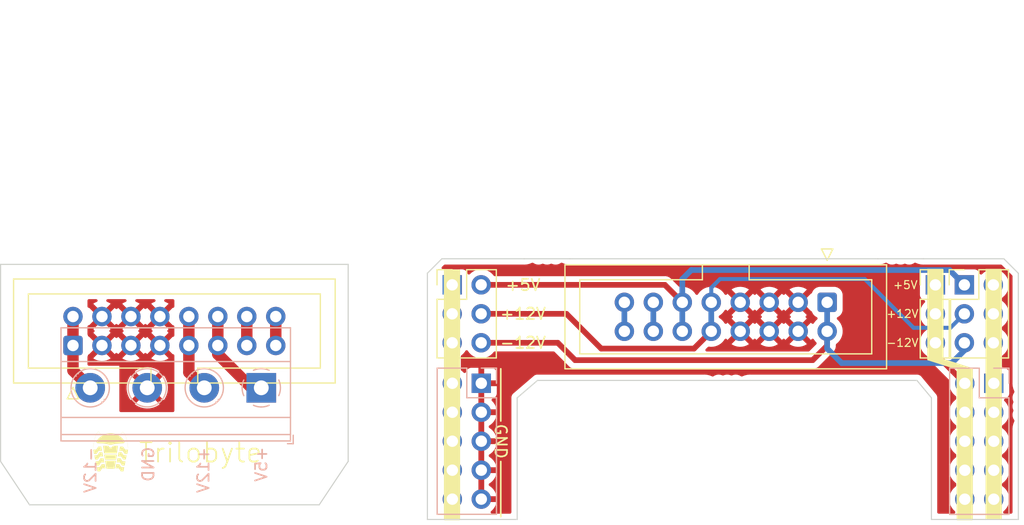
<source format=kicad_pcb>
(kicad_pcb (version 20211014) (generator pcbnew)
  (layers (0 "F.Cu" signal) (31 "B.Cu" signal) (34 "B.Paste" user) (35 "F.Paste" user) (36 "B.SilkS" user "B.Silkscreen") (37 "F.SilkS" user "F.Silkscreen") (38 "B.Mask" user) (39 "F.Mask" user) (44 "Edge.Cuts" user))
  (net 0 "")
  (net 1 "-12V")
  (net 2 "GND")
  (net 3 "+12V")
  (net 4 "+5V")
  (net 5 "CV")
  (net 6 "GATE")
  (net 7 "Net-(J2-Pad10)")
  (net 8 "Net-(J2-Pad1)")
  (net 9 "Net-(J3-Pad10)")
  (net 10 "Net-(J7-Pad13)")
  (net 11 "Net-(J7-Pad15)")
  (net 12 "/-12V2")
  (net 13 "/GND2")
  (net 14 "/12V2")
  (net 15 "/5V2")
  (footprint "Connector_IDC:IDC-Header_2x08_P2.54mm_Vertical" (layer "F.Cu") (at 171.728 62.4515 -90)
    (fp_text reference "J1" hide)
    (fp_text value "Conn_02x20_Odd_Even" hide)
    (fp_line (start 5.83 22.99) (end -3.29 22.99) (layer "F.SilkS") (width 0.12))
    (fp_line (start -4.68 0.5) (end -3.68 0) (layer "F.SilkS") (width 0.12))
    (fp_line (start 4.52 21.69) (end -1.98 21.69) (layer "F.SilkS") (width 0.12))
    (fp_line (start -3.29 6.84) (end -1.98 6.84) (layer "F.SilkS") (width 0.12))
    (fp_line (start -1.98 -3.91) (end 4.52 -3.91) (layer "F.SilkS") (width 0.12))
    (fp_line (start -3.68 0) (end -4.68 -0.5) (layer "F.SilkS") (width 0.12))
    (fp_line (start -1.98 10.94) (end -1.98 10.94) (layer "F.SilkS") (width 0.12))
    (fp_line (start -1.98 10.94) (end -3.29 10.94) (layer "F.SilkS") (width 0.12))
    (fp_line (start -4.68 -0.5) (end -4.68 0.5) (layer "F.SilkS") (width 0.12))
    (fp_line (start 5.83 -5.21) (end 5.83 22.99) (layer "F.SilkS") (width 0.12))
    (fp_line (start -3.29 -5.21) (end 5.83 -5.21) (layer "F.SilkS") (width 0.12))
    (fp_line (start -1.98 21.69) (end -1.98 10.94) (layer "F.SilkS") (width 0.12))
    (fp_line (start -3.29 22.99) (end -3.29 -5.21) (layer "F.SilkS") (width 0.12))
    (fp_line (start -1.98 6.84) (end -1.98 -3.91) (layer "F.SilkS") (width 0.12))
    (fp_line (start 4.52 -3.91) (end 4.52 21.69) (layer "F.SilkS") (width 0.12))
    (pad "1" thru_hole roundrect locked (at 0 0 270) (size 1.7 1.7) (drill 1) (layers *.Cu *.Mask) (roundrect_rratio 0.1470588235) (net 1 "-12V"))
    (pad "2" thru_hole circle locked (at 2.54 0 270) (size 1.7 1.7) (drill 1) (layers *.Cu *.Mask) (net 1 "-12V"))
    (pad "3" thru_hole circle locked (at 0 2.54 270) (size 1.7 1.7) (drill 1) (layers *.Cu *.Mask) (net 2 "GND"))
    (pad "4" thru_hole circle locked (at 2.54 2.54 270) (size 1.7 1.7) (drill 1) (layers *.Cu *.Mask) (net 2 "GND"))
    (pad "5" thru_hole circle locked (at 0 5.08 270) (size 1.7 1.7) (drill 1) (layers *.Cu *.Mask) (net 2 "GND"))
    (pad "6" thru_hole circle locked (at 2.54 5.08 270) (size 1.7 1.7) (drill 1) (layers *.Cu *.Mask) (net 2 "GND"))
    (pad "7" thru_hole circle locked (at 0 7.62 270) (size 1.7 1.7) (drill 1) (layers *.Cu *.Mask) (net 2 "GND"))
    (pad "8" thru_hole circle locked (at 2.54 7.62 270) (size 1.7 1.7) (drill 1) (layers *.Cu *.Mask) (net 2 "GND"))
    (pad "9" thru_hole circle locked (at 0 10.16 270) (size 1.7 1.7) (drill 1) (layers *.Cu *.Mask) (net 3 "+12V"))
    (pad "10" thru_hole circle locked (at 2.54 10.16 270) (size 1.7 1.7) (drill 1) (layers *.Cu *.Mask) (net 3 "+12V"))
    (pad "11" thru_hole circle locked (at 0 12.7 270) (size 1.7 1.7) (drill 1) (layers *.Cu *.Mask) (net 4 "+5V"))
    (pad "12" thru_hole circle locked (at 2.54 12.7 270) (size 1.7 1.7) (drill 1) (layers *.Cu *.Mask) (net 4 "+5V"))
    (pad "13" thru_hole circle locked (at 0 15.24 270) (size 1.7 1.7) (drill 1) (layers *.Cu *.Mask) (net 5 "CV"))
    (pad "14" thru_hole circle locked (at 2.54 15.24 270) (size 1.7 1.7) (drill 1) (layers *.Cu *.Mask) (net 5 "CV"))
    (pad "15" thru_hole circle locked (at 0 17.78 270) (size 1.7 1.7) (drill 1) (layers *.Cu *.Mask) (net 6 "GATE"))
    (pad "16" thru_hole circle locked (at 2.54 17.78 270) (size 1.7 1.7) (drill 1) (layers *.Cu *.Mask) (net 6 "GATE"))
  )
  (footprint "Connector_IDC:IDC-Header_2x08_P2.54mm_Vertical" (layer "F.Cu") (at 105.6 66.236 90)
    (fp_text reference "J7" hide)
    (fp_text value "Conn_02x20_Odd_Even" hide)
    (fp_line (start -1.98 21.69) (end -1.98 10.94) (layer "F.SilkS") (width 0.12))
    (fp_line (start -1.98 -3.91) (end 4.52 -3.91) (layer "F.SilkS") (width 0.12))
    (fp_line (start -3.29 -5.21) (end 5.83 -5.21) (layer "F.SilkS") (width 0.12))
    (fp_line (start 5.83 -5.21) (end 5.83 22.99) (layer "F.SilkS") (width 0.12))
    (fp_line (start -4.68 0.5) (end -3.68 0) (layer "F.SilkS") (width 0.12))
    (fp_line (start 5.83 22.99) (end -3.29 22.99) (layer "F.SilkS") (width 0.12))
    (fp_line (start -4.68 -0.5) (end -4.68 0.5) (layer "F.SilkS") (width 0.12))
    (fp_line (start -3.29 22.99) (end -3.29 -5.21) (layer "F.SilkS") (width 0.12))
    (fp_line (start -3.68 0) (end -4.68 -0.5) (layer "F.SilkS") (width 0.12))
    (fp_line (start -1.98 10.94) (end -1.98 10.94) (layer "F.SilkS") (width 0.12))
    (fp_line (start -3.29 6.84) (end -1.98 6.84) (layer "F.SilkS") (width 0.12))
    (fp_line (start 4.52 -3.91) (end 4.52 21.69) (layer "F.SilkS") (width 0.12))
    (fp_line (start 4.52 21.69) (end -1.98 21.69) (layer "F.SilkS") (width 0.12))
    (fp_line (start -1.98 10.94) (end -3.29 10.94) (layer "F.SilkS") (width 0.12))
    (fp_line (start -1.98 6.84) (end -1.98 -3.91) (layer "F.SilkS") (width 0.12))
    (pad "1" thru_hole roundrect locked (at 0 0 90) (size 1.7 1.7) (drill 1) (layers *.Cu *.Mask) (roundrect_rratio 0.1470588235) (net 12 "/-12V2"))
    (pad "2" thru_hole circle locked (at 2.54 0 90) (size 1.7 1.7) (drill 1) (layers *.Cu *.Mask) (net 12 "/-12V2"))
    (pad "3" thru_hole circle locked (at 0 2.54 90) (size 1.7 1.7) (drill 1) (layers *.Cu *.Mask) (net 13 "/GND2"))
    (pad "4" thru_hole circle locked (at 2.54 2.54 90) (size 1.7 1.7) (drill 1) (layers *.Cu *.Mask) (net 13 "/GND2"))
    (pad "5" thru_hole circle locked (at 0 5.08 90) (size 1.7 1.7) (drill 1) (layers *.Cu *.Mask) (net 13 "/GND2"))
    (pad "6" thru_hole circle locked (at 2.54 5.08 90) (size 1.7 1.7) (drill 1) (layers *.Cu *.Mask) (net 13 "/GND2"))
    (pad "7" thru_hole circle locked (at 0 7.62 90) (size 1.7 1.7) (drill 1) (layers *.Cu *.Mask) (net 13 "/GND2"))
    (pad "8" thru_hole circle locked (at 2.54 7.62 90) (size 1.7 1.7) (drill 1) (layers *.Cu *.Mask) (net 13 "/GND2"))
    (pad "9" thru_hole circle locked (at 0 10.16 90) (size 1.7 1.7) (drill 1) (layers *.Cu *.Mask) (net 14 "/12V2"))
    (pad "10" thru_hole circle locked (at 2.54 10.16 90) (size 1.7 1.7) (drill 1) (layers *.Cu *.Mask) (net 14 "/12V2"))
    (pad "11" thru_hole circle locked (at 0 12.7 90) (size 1.7 1.7) (drill 1) (layers *.Cu *.Mask) (net 15 "/5V2"))
    (pad "12" thru_hole circle locked (at 2.54 12.7 90) (size 1.7 1.7) (drill 1) (layers *.Cu *.Mask) (net 15 "/5V2"))
    (pad "13" thru_hole circle locked (at 0 15.24 90) (size 1.7 1.7) (drill 1) (layers *.Cu *.Mask) (net 10 "Net-(J7-Pad13)"))
    (pad "14" thru_hole circle locked (at 2.54 15.24 90) (size 1.7 1.7) (drill 1) (layers *.Cu *.Mask) (net 10 "Net-(J7-Pad13)"))
    (pad "15" thru_hole circle locked (at 0 17.78 90) (size 1.7 1.7) (drill 1) (layers *.Cu *.Mask) (net 11 "Net-(J7-Pad15)"))
    (pad "16" thru_hole circle locked (at 2.54 17.78 90) (size 1.7 1.7) (drill 1) (layers *.Cu *.Mask) (net 11 "Net-(J7-Pad15)"))
  )
  (footprint "Connector_PinHeader_2.54mm:PinHeader_2x03_P2.54mm_Vertical" (layer "F.Cu") (at 183.76 60.92)
    (fp_text reference "J5" hide)
    (fp_text value "Conn_02x03_Odd_Even" hide)
    (fp_line (start 1.27 -1.33) (end 3.87 -1.33) (layer "F.SilkS") (width 0.12))
    (fp_line (start -1.33 1.27) (end -1.33 6.41) (layer "F.SilkS") (width 0.12))
    (fp_line (start -1.33 -1.33) (end 0 -1.33) (layer "F.SilkS") (width 0.12))
    (fp_line (start 3.87 -1.33) (end 3.87 6.41) (layer "F.SilkS") (width 0.12))
    (fp_line (start -1.33 0) (end -1.33 -1.33) (layer "F.SilkS") (width 0.12))
    (fp_line (start -1.33 6.41) (end 3.87 6.41) (layer "F.SilkS") (width 0.12))
    (fp_line (start -1.33 1.27) (end 1.27 1.27) (layer "F.SilkS") (width 0.12))
    (fp_line (start 1.27 1.27) (end 1.27 -1.33) (layer "F.SilkS") (width 0.12))
    (pad "1" thru_hole rect locked (at 0 0) (size 1.7 1.7) (drill 1) (layers *.Cu *.Mask) (net 4 "+5V"))
    (pad "2" thru_hole oval locked (at 2.54 0) (size 1.7 1.7) (drill 1) (layers *.Cu *.Mask) (net 8 "Net-(J2-Pad1)"))
    (pad "3" thru_hole oval locked (at 0 2.54) (size 1.7 1.7) (drill 1) (layers *.Cu *.Mask) (net 3 "+12V"))
    (pad "4" thru_hole oval locked (at 2.54 2.54) (size 1.7 1.7) (drill 1) (layers *.Cu *.Mask) (net 8 "Net-(J2-Pad1)"))
    (pad "5" thru_hole oval locked (at 0 5.08) (size 1.7 1.7) (drill 1) (layers *.Cu *.Mask) (net 1 "-12V"))
    (pad "6" thru_hole oval locked (at 2.54 5.08) (size 1.7 1.7) (drill 1) (layers *.Cu *.Mask) (net 8 "Net-(J2-Pad1)"))
  )
  (footprint "Stephenv6:trilobyte-logo-tiny" (layer "F.Cu") (at 108.892 69.668558)
    (fp_text reference "REF**" hide)
    (fp_text value "trilobyte-logo-tiny" hide)
    (fp_line (start -1.034326 4.13949) (end -1.051645 4.137731) (layer "F.SilkS") (width 0.013229))
    (fp_line (start -1.308313 4.495001) (end -1.341206 4.594051) (layer "F.SilkS") (width 0.013229))
    (fp_line (start 1.054383 4.16026) (end 1.071699 4.1585) (layer "F.SilkS") (width 0.013229))
    (fp_line (start 1.18856 4.238838) (end 1.210349 4.268917) (layer "F.SilkS") (width 0.013229))
    (fp_line (start -1.190348 4.248147) (end -1.190348 4.248147) (layer "F.SilkS") (width 0.013229))
    (fp_line (start 1.328265 4.515758) (end 1.361151 4.6148) (layer "F.SilkS") (width 0.013229))
    (fp_line (start 0.961979 4.246704) (end 0.990699 4.204535) (layer "F.SilkS") (width 0.013229))
    (fp_line (start -1.017583 4.145139) (end -1.034326 4.13949) (layer "F.SilkS") (width 0.013229))
    (fp_line (start 1.021458 4.17528) (end 1.037641 4.165909) (layer "F.SilkS") (width 0.013229))
    (fp_line (start 1.089605 4.160794) (end 1.108118 4.167306) (layer "F.SilkS") (width 0.013229))
    (fp_line (start 0.773786 4.989642) (end 0.807092 4.792648) (layer "F.SilkS") (width 0.013229))
    (fp_line (start -1.147436 4.193033) (end -1.168547 4.218069) (layer "F.SilkS") (width 0.013229))
    (fp_line (start 1.005816 4.188211) (end 1.021458 4.17528) (layer "F.SilkS") (width 0.013229))
    (fp_line (start 1.167459 4.213803) (end 1.18856 4.238838) (layer "F.SilkS") (width 0.013229))
    (fp_line (start -0.941923 4.225934) (end -0.97064 4.183765) (layer "F.SilkS") (width 0.013229))
    (fp_line (start 1.210349 4.268917) (end 1.252942 4.340618) (layer "F.SilkS") (width 0.013229))
    (fp_line (start -1.47656 5.210416) (end -1.499947 5.371484) (layer "F.SilkS") (width 0.013229))
    (fp_line (start 0.864877 4.518135) (end 0.886745 4.437504) (layer "F.SilkS") (width 0.013229))
    (fp_line (start -1.499947 5.371484) (end -1.517902 5.521455) (layer "F.SilkS") (width 0.013229))
    (fp_line (start -0.866709 4.416734) (end -0.890087 4.343738) (layer "F.SilkS") (width 0.013229))
    (fp_line (start -1.232963 4.319849) (end -1.272259 4.402867) (layer "F.SilkS") (width 0.013229))
    (fp_line (start -1.126997 4.172876) (end -1.147436 4.193033) (layer "F.SilkS") (width 0.013229))
    (fp_line (start -0.97064 4.183765) (end -0.985756 4.167441) (layer "F.SilkS") (width 0.013229))
    (fp_line (start 1.108118 4.167306) (end 1.127254 4.178202) (layer "F.SilkS") (width 0.013229))
    (fp_line (start -1.069555 4.140024) (end -1.088073 4.146536) (layer "F.SilkS") (width 0.013229))
    (fp_line (start 1.071699 4.1585) (end 1.089605 4.160794) (layer "F.SilkS") (width 0.013229))
    (fp_line (start -1.442727 5.015423) (end -1.47656 5.210416) (layer "F.SilkS") (width 0.013229))
    (fp_line (start -0.890087 4.343738) (end -0.915115 4.279699) (layer "F.SilkS") (width 0.013229))
    (fp_line (start 0.910131 4.364508) (end 0.935166 4.300469) (layer "F.SilkS") (width 0.013229))
    (fp_line (start -1.168547 4.218069) (end -1.190348 4.248147) (layer "F.SilkS") (width 0.013229))
    (fp_line (start -0.82438 4.584313) (end -0.84485 4.497365) (layer "F.SilkS") (width 0.013229))
    (fp_line (start -0.915115 4.279699) (end -0.941923 4.225934) (layer "F.SilkS") (width 0.013229))
    (fp_line (start -0.753785 4.968872) (end -0.787086 4.771878) (layer "F.SilkS") (width 0.013229))
    (fp_line (start 1.417762 4.82483) (end 1.462679 5.036126) (layer "F.SilkS") (width 0.013229))
    (fp_line (start -1.088073 4.146536) (end -1.107215 4.157432) (layer "F.SilkS") (width 0.013229))
    (fp_line (start -1.397819 4.804102) (end -1.442727 5.015423) (layer "F.SilkS") (width 0.013229))
    (fp_line (start 1.390957 4.718557) (end 1.417762 4.82483) (layer "F.SilkS") (width 0.013229))
    (fp_line (start 0.990699 4.204535) (end 1.005816 4.188211) (layer "F.SilkS") (width 0.013229))
    (fp_line (start 0.886745 4.437504) (end 0.910131 4.364508) (layer "F.SilkS") (width 0.013229))
    (fp_line (start 0.844399 4.605083) (end 0.864877 4.518135) (layer "F.SilkS") (width 0.013229))
    (fp_line (start 0.807092 4.792648) (end 0.844399 4.605083) (layer "F.SilkS") (width 0.013229))
    (fp_line (start 1.127254 4.178202) (end 1.147029 4.193646) (layer "F.SilkS") (width 0.013229))
    (fp_line (start 1.147029 4.193646) (end 1.167459 4.213803) (layer "F.SilkS") (width 0.013229))
    (fp_line (start -0.787086 4.771878) (end -0.82438 4.584313) (layer "F.SilkS") (width 0.013229))
    (fp_line (start 1.51993 5.392142) (end 1.537903 5.542092) (layer "F.SilkS") (width 0.013229))
    (fp_line (start -1.001398 4.154511) (end -1.017583 4.145139) (layer "F.SilkS") (width 0.013229))
    (fp_line (start 1.252942 4.340618) (end 1.292222 4.423631) (layer "F.SilkS") (width 0.013229))
    (fp_line (start -1.107215 4.157432) (end -1.126997 4.172876) (layer "F.SilkS") (width 0.013229))
    (fp_line (start -1.051645 4.137731) (end -1.069555 4.140024) (layer "F.SilkS") (width 0.013229))
    (fp_line (start -1.190348 4.248147) (end -1.232963 4.319849) (layer "F.SilkS") (width 0.013229))
    (fp_line (start 1.496527 5.231095) (end 1.51993 5.392142) (layer "F.SilkS") (width 0.013229))
    (fp_line (start 1.292222 4.423631) (end 1.328265 4.515758) (layer "F.SilkS") (width 0.013229))
    (fp_line (start 1.037641 4.165909) (end 1.054383 4.16026) (layer "F.SilkS") (width 0.013229))
    (fp_line (start -1.272259 4.402867) (end -1.308313 4.495001) (layer "F.SilkS") (width 0.013229))
    (fp_line (start -1.341206 4.594051) (end -1.371015 4.697818) (layer "F.SilkS") (width 0.013229))
    (fp_line (start -0.84485 4.497365) (end -0.866709 4.416734) (layer "F.SilkS") (width 0.013229))
    (fp_line (start 1.462679 5.036126) (end 1.496527 5.231095) (layer "F.SilkS") (width 0.013229))
    (fp_line (start 0.935166 4.300469) (end 0.961979 4.246704) (layer "F.SilkS") (width 0.013229))
    (fp_line (start -0.985756 4.167441) (end -1.001398 4.154511) (layer "F.SilkS") (width 0.013229))
    (fp_line (start 1.361151 4.6148) (end 1.390957 4.718557) (layer "F.SilkS") (width 0.013229))
    (fp_line (start 1.210349 4.268917) (end 1.210349 4.268917) (layer "F.SilkS") (width 0.013229))
    (fp_line (start -1.371015 4.697818) (end -1.397819 4.804102) (layer "F.SilkS") (width 0.013229))
    (fp_poly (pts (xy -0.620965 6.455963) (xy -0.55548 6.81659) (xy -0.840833 6.81659) (xy -1.028026 7.088582) (xy -1.24591 7.088582) (xy -1.307691 6.72597) (xy -1.056866 6.727955) (xy -0.862132 6.455963) (xy -0.620965 6.455963)) (layer "F.SilkS") (width 0.013229) (fill solid))
    (fp_poly (pts (xy -0.46539 6.67398) (xy -0.352942 7.371156) (xy 0.347014 7.371156) (xy 0.459462 6.67398) (xy -0.46539 6.67398)) (layer "F.SilkS") (width 0.013229) (fill solid))
    (fp_poly (pts (xy -0.825091 5.434804) (xy -0.759606 5.795431) (xy -1.045092 5.795431) (xy -1.232152 6.067422) (xy -1.450169 6.067422) (xy -1.511817 5.704811) (xy -1.261124 5.706795) (xy -1.066258 5.434804) (xy -0.825091 5.434804)) (layer "F.SilkS") (width 0.013229) (fill solid))
    (fp_poly (pts (xy -0.55548 6.131452) (xy 0.546509 6.131452) (xy 0.481951 6.567088) (xy -0.479545 6.567088) (xy -0.55548 6.131452)) (layer "F.SilkS") (width 0.013229) (fill solid))
    (fp_poly (pts (xy 0.591489 4.7199) (xy 0.588609 4.722146) (xy 0.585669 4.72431) (xy 0.582672 4.726392) (xy 0.579619 4.728389) (xy 0.576512 4.7303) (xy 0.573352 4.732125) (xy 0.570142 4.733862) (xy 0.566882 4.73551) (xy 0.565314 4.734224) (xy 0.561277 4.730979) (xy 0.558646 4.728908) (xy 0.555776 4.726692) (xy 0.552791 4.724445) (xy 0.549817 4.722281) (xy 0.547521 4.720793) (xy 0.545204 4.719338) (xy 0.542868 4.717915) (xy 0.540512 4.716525) (xy 0.538137 4.715169) (xy 0.535743 4.713846) (xy 0.53333 4.712556) (xy 0.530899 4.711301) (xy 0.520299 4.70505) (xy 0.513728 4.701106) (xy 0.506425 4.696617) (xy 0.482745 4.685768) (xy 0.478228 4.683897) (xy 0.472806 4.681717) (xy 0.469752 4.680537) (xy 0.466467 4.679313) (xy 0.462949 4.678054) (xy 0.459197 4.676772) (xy 0.447902 4.673267) (xy 0.441058 4.671191) (xy 0.433532 4.668967) (xy 0.42064 4.665311) (xy 0.412848 4.663193) (xy 0.404213 4.660947) (xy 0.394779 4.65862) (xy 0.384586 4.656261) (xy 0.373678 4.653917) (xy 0.362095 4.651637) (xy 0.351921 4.649786) (xy 0.341721 4.648099) (xy 0.331496 4.646577) (xy 0.321249 4.645221) (xy 0.310981 4.64403) (xy 0.300695 4.643004) (xy 0.290391 4.642144) (xy 0.280074 4.641451) (xy 0.278916 4.632802) (xy 0.277953 4.624875) (xy 0.277516 4.620852) (xy 0.277163 4.617109) (xy 0.276691 4.612367) (xy 0.276377 4.607617) (xy 0.276222 4.602861) (xy 0.276226 4.598103) (xy 0.276388 4.593349) (xy 0.276709 4.588601) (xy 0.277187 4.583864) (xy 0.277825 4.579142) (xy 0.278632 4.575153) (xy 0.279516 4.571182) (xy 0.280477 4.56723) (xy 0.281515 4.563298) (xy 0.282629 4.559387) (xy 0.283818 4.555497) (xy 0.285083 4.551631) (xy 0.286423 4.547788) (xy 0.286424 4.547788) (xy 0.309525 4.55017) (xy 0.320343 4.551393) (xy 0.332132 4.552811) (xy 0.344372 4.554397) (xy 0.356538 4.556123) (xy 0.366155 4.557602) (xy 0.375748 4.559216) (xy 0.385316 4.560966) (xy 0.394859 4.56285) (xy 0.404373 4.56487) (xy 0.413859 4.567023) (xy 0.423314 4.569311) (xy 0.432738 4.571733) (xy 0.44153 4.574085) (xy 0.450284 4.576569) (xy 0.458999 4.579185) (xy 0.467672 4.581932) (xy 0.476303 4.58481) (xy 0.48489 4.587818) (xy 0.493432 4.590956) (xy 0.501926 4.594223) (xy 0.515156 4.599647) (xy 0.522316 4.602458) (xy 0.525927 4.603926) (xy 0.529576 4.605468) (xy 0.533807 4.607359) (xy 0.53882 4.609685) (xy 0.549155 4.614596) (xy 0.553969 4.617186) (xy 0.558496 4.619689) (xy 0.566733 4.624386) (xy 0.573954 4.628586) (xy 0.580244 4.632191) (xy 0.583443 4.633977) (xy 0.586617 4.635806) (xy 0.589766 4.637678) (xy 0.592889 4.639593) (xy 0.595986 4.641549) (xy 0.599056 4.643548) (xy 0.602099 4.645588) (xy 0.605114 4.647669) (xy 0.60785 4.649735) (xy 0.610547 4.651849) (xy 0.613205 4.654011) (xy 0.615823 4.656222) (xy 0.618401 4.658479) (xy 0.620937 4.660783) (xy 0.623432 4.663133) (xy 0.625884 4.665528) (xy 0.608422 4.696881) (xy 0.607693 4.698537) (xy 0.606917 4.700169) (xy 0.606095 4.701775) (xy 0.605227 4.703354) (xy 0.604313 4.704906) (xy 0.603356 4.706429) (xy 0.602354 4.707924) (xy 0.60131 4.709388) (xy 0.600223 4.710821) (xy 0.599095 4.712222) (xy 0.597926 4.713589) (xy 0.596716 4.714923) (xy 0.595467 4.716222) (xy 0.594178 4.717485) (xy 0.592852 4.718711) (xy 0.591488 4.7199) (xy 0.591489 4.7199)) (layer "F.SilkS") (width 0.013229) (fill solid))
    (fp_poly (pts (xy -0.513279 6.969519) (xy -0.447662 7.330279) (xy -0.733148 7.330279) (xy -0.920208 7.60227) (xy -1.138225 7.60227) (xy -1.199873 7.239527) (xy -0.94918 7.241511) (xy -0.754314 6.969519) (xy -0.513279 6.969519)) (layer "F.SilkS") (width 0.013229) (fill solid))
    (fp_poly (pts (xy 0.504838 6.969519) (xy 0.439221 7.330279) (xy 0.724706 7.330279) (xy 0.911767 7.60227) (xy 1.129783 7.60227) (xy 1.191431 7.239527) (xy 0.940739 7.241511) (xy 0.745873 6.969519) (xy 0.504838 6.969519)) (layer "F.SilkS") (width 0.013229) (fill solid))
    (fp_poly (pts (xy 0.612523 6.455963) (xy 0.547039 6.81659) (xy 0.832392 6.81659) (xy 1.019584 7.088582) (xy 1.237469 7.088582) (xy 1.299249 6.72597) (xy 1.048556 6.727955) (xy 0.853691 6.455963) (xy 0.612523 6.455963)) (layer "F.SilkS") (width 0.013229) (fill solid))
    (fp_poly (pts (xy -0.720448 5.929045) (xy -0.654963 6.289804) (xy -0.940449 6.289804) (xy -1.127509 6.561796) (xy -1.345394 6.561796) (xy -1.407174 6.199185) (xy -1.156481 6.201037) (xy -0.961616 5.929045) (xy -0.720448 5.929045)) (layer "F.SilkS") (width 0.013229) (fill solid))
    (fp_poly (pts (xy -0.00303 4.266536) (xy -0.069113 4.268348) (xy -0.13437 4.273651) (xy -0.198703 4.282246) (xy -0.262016 4.293934) (xy -0.32421 4.308515) (xy -0.38519 4.32579) (xy -0.444857 4.34556) (xy -0.503115 4.367625) (xy -0.615016 4.417845) (xy -0.720114 4.474856) (xy -0.817634 4.537063) (xy -0.906797 4.602871) (xy -0.986828 4.670687) (xy -1.056949 4.738917) (xy -1.116383 4.805965) (xy -1.164355 4.870239) (xy -1.200085 4.930143) (xy -1.222799 4.984083) (xy -1.229031 5.008318) (xy -1.231718 5.030465) (xy -1.230762 5.050323) (xy -1.226067 5.067695) (xy -1.219423 5.079972) (xy -1.210251 5.09087) (xy -1.198654 5.100477) (xy -1.184733 5.108882) (xy -1.168593 5.116176) (xy -1.150335 5.122447) (xy -1.130063 5.127785) (xy -1.107878 5.13228) (xy -1.058184 5.139097) (xy -1.002073 5.143613) (xy -0.87389 5.148607) (xy -0.729899 5.152988) (xy -0.65403 5.156737) (xy -0.576674 5.162479) (xy -0.498651 5.170931) (xy -0.420785 5.182808) (xy -0.382167 5.190254) (xy -0.343895 5.198825) (xy -0.306074 5.208609) (xy -0.268804 5.219698) (xy -0.237212 5.229651) (xy -0.205341 5.238342) (xy -0.17323 5.24577) (xy -0.140914 5.251933) (xy -0.108432 5.256832) (xy -0.07582 5.260466) (xy -0.043116 5.262834) (xy -0.010356 5.263936) (xy 0.022421 5.263771) (xy 0.05518 5.262339) (xy 0.087882 5.259639) (xy 0.120491 5.255671) (xy 0.15297 5.250434) (xy 0.185281 5.243928) (xy 0.217387 5.236152) (xy 0.249251 5.227106) (xy 0.326672 5.207381) (xy 0.405603 5.192106) (xy 0.485243 5.180607) (xy 0.564789 5.172209) (xy 0.720386 5.162017) (xy 0.865977 5.156131) (xy 0.995141 5.149154) (xy 1.051557 5.14357) (xy 1.101458 5.135688) (xy 1.144043 5.124835) (xy 1.178509 5.110334) (xy 1.192447 5.101506) (xy 1.204054 5.091512) (xy 1.213229 5.08027) (xy 1.219874 5.067695) (xy 1.224588 5.049974) (xy 1.225549 5.029809) (xy 1.222856 5.007398) (xy 1.216606 4.982938) (xy 1.206899 4.956625) (xy 1.193833 4.928658) (xy 1.177505 4.899232) (xy 1.158015 4.868546) (xy 1.13546 4.836796) (xy 1.109939 4.80418) (xy 1.08155 4.770895) (xy 1.050391 4.737138) (xy 1.016561 4.703106) (xy 0.980158 4.668996) (xy 0.94128 4.635006) (xy 0.900026 4.601333) (xy 0.856493 4.568174) (xy 0.810781 4.535726) (xy 0.762987 4.504186) (xy 0.71321 4.473751) (xy 0.661548 4.444619) (xy 0.608099 4.416987) (xy 0.552962 4.391052) (xy 0.496234 4.367012) (xy 0.438015 4.345062) (xy 0.378403 4.325401) (xy 0.317495 4.308226) (xy 0.255391 4.293733) (xy 0.192188 4.282121) (xy 0.127984 4.273586) (xy 0.062879 4.268325) (xy -0.00303 4.266536)) (layer "F.SilkS") (width 0.013229) (fill solid))
    (fp_poly (pts (xy -0.643983 5.370907) (xy -0.174877 5.370907) (xy -0.174098 5.37687) (xy -0.173147 5.382805) (xy -0.172026 5.388707) (xy -0.170736 5.394574) (xy -0.169277 5.4004) (xy -0.16765 5.406184) (xy -0.165856 5.41192) (xy -0.163897 5.417606) (xy -0.162846 5.420012) (xy -0.161749 5.422396) (xy -0.160607 5.424757) (xy -0.15942 5.427094) (xy -0.158188 5.429406) (xy -0.156912 5.431694) (xy -0.155592 5.433956) (xy -0.154229 5.436192) (xy -0.152823 5.438401) (xy -0.151373 5.440583) (xy -0.149882 5.442736) (xy -0.148349 5.444861) (xy -0.146774 5.446956) (xy -0.145158 5.449022) (xy -0.143501 5.451056) (xy -0.141804 5.45306) (xy -0.139515 5.455978) (xy -0.137175 5.458852) (xy -0.134784 5.461681) (xy -0.132342 5.464465) (xy -0.12985 5.467202) (xy -0.127309 5.469892) (xy -0.124719 5.472535) (xy -0.122081 5.475129) (xy -0.119397 5.477675) (xy -0.116665 5.480171) (xy -0.113888 5.482617) (xy -0.111066 5.485012) (xy -0.108199 5.487355) (xy -0.105289 5.489647) (xy -0.102335 5.491885) (xy -0.099339 5.494071) (xy -0.095465 5.49671) (xy -0.091534 5.499255) (xy -0.087548 5.501704) (xy -0.083508 5.504058) (xy -0.079415 5.506314) (xy -0.075273 5.508472) (xy -0.071082 5.510532) (xy -0.066844 5.512492) (xy -0.062561 5.514352) (xy -0.058235 5.516111) (xy -0.053868 5.517768) (xy -0.049461 5.519322) (xy -0.045016 5.520773) (xy -0.040535 5.52212) (xy -0.03602 5.523361) (xy -0.031473 5.524497) (xy -0.027056 5.525552) (xy -0.022616 5.5265) (xy -0.018156 5.52734) (xy -0.013678 5.528073) (xy -0.009184 5.528698) (xy -0.004675 5.529214) (xy -0.000154 5.529622) (xy 0.004378 5.529922) (xy 0.008588 5.530073) (xy 0.012799 5.530125) (xy 0.01701 5.530076) (xy 0.021217 5.529928) (xy 0.025419 5.529679) (xy 0.029615 5.52933) (xy 0.033802 5.528882) (xy 0.03798 5.528334) (xy 0.042011 5.527593) (xy 0.046021 5.526761) (xy 0.050008 5.525841) (xy 0.05397 5.524831) (xy 0.057907 5.523733) (xy 0.061817 5.522548) (xy 0.065698 5.521275) (xy 0.069549 5.519915) (xy 0.073369 5.518469) (xy 0.077155 5.516937) (xy 0.080907 5.51532) (xy 0.084623 5.513618) (xy 0.088302 5.511833) (xy 0.091942 5.509964) (xy 0.095541 5.508011) (xy 0.099099 5.505976) (xy 0.102816 5.503865) (xy 0.106485 5.501676) (xy 0.110102 5.49941) (xy 0.113669 5.497068) (xy 0.117182 5.494651) (xy 0.120641 5.492159) (xy 0.124046 5.489595) (xy 0.127394 5.486959) (xy 0.130684 5.484251) (xy 0.133917 5.481473) (xy 0.137089 5.478625) (xy 0.140201 5.475709) (xy 0.14325 5.472726) (xy 0.146237 5.469675) (xy 0.149159 5.466559) (xy 0.152016 5.463379) (xy 0.15456 5.46061) (xy 0.15703 5.457782) (xy 0.159426 5.454895) (xy 0.161747 5.45195) (xy 0.163991 5.44895) (xy 0.166158 5.445896) (xy 0.168247 5.442789) (xy 0.170256 5.439632) (xy 0.172185 5.436424) (xy 0.174034 5.433169) (xy 0.1758 5.429867) (xy 0.177483 5.42652) (xy 0.179083 5.423129) (xy 0.180598 5.419696) (xy 0.182026 5.416223) (xy 0.183369 5.412711) (xy 0.184965 5.407551) (xy 0.186493 5.40237) (xy 0.187952 5.39717) (xy 0.189343 5.391952) (xy 0.190665 5.386716) (xy 0.191918 5.381463) (xy 0.193102 5.376193) (xy 0.194217 5.370907) (xy 0.634483 5.370907) (xy 0.559474 6.024692) (xy -0.555877 6.024692) (xy -0.643983 5.370907)) (layer "F.SilkS") (width 0.013229) (fill solid))
    (fp_poly (pts (xy -0.301348 4.606922) (xy -0.30145 4.607871) (xy -0.30172 4.609548) (xy -0.302538 4.614033) (xy -0.303729 4.620152) (xy -0.314845 4.62122) (xy -0.325934 4.622514) (xy -0.336992 4.624032) (xy -0.348016 4.625774) (xy -0.359003 4.627739) (xy -0.369948 4.629927) (xy -0.380849 4.632336) (xy -0.391702 4.634968) (xy -0.397398 4.636709) (xy -0.40307 4.638525) (xy -0.408716 4.640416) (xy -0.414337 4.64238) (xy -0.419932 4.644419) (xy -0.425499 4.646531) (xy -0.431039 4.648716) (xy -0.43655 4.650975) (xy -0.438162 4.651618) (xy -0.439975 4.652373) (xy -0.444504 4.654316) (xy -0.450744 4.657003) (xy -0.459304 4.660633) (xy -0.482323 4.670422) (xy -0.48719 4.672742) (xy -0.492019 4.675137) (xy -0.49681 4.677607) (xy -0.501562 4.680151) (xy -0.506273 4.682769) (xy -0.510944 4.68546) (xy -0.515572 4.688223) (xy -0.520158 4.691059) (xy -0.525081 4.694723) (xy -0.52995 4.698538) (xy -0.539654 4.706439) (xy -0.544556 4.710431) (xy -0.549533 4.714389) (xy -0.554619 4.718266) (xy -0.557212 4.72016) (xy -0.559846 4.722016) (xy -0.560278 4.722556) (xy -0.560719 4.723088) (xy -0.561169 4.723612) (xy -0.561628 4.724129) (xy -0.562096 4.724638) (xy -0.562572 4.725139) (xy -0.563056 4.725632) (xy -0.563549 4.726117) (xy -0.564348 4.726898) (xy -0.565077 4.727576) (xy -0.565766 4.728187) (xy -0.566444 4.728763) (xy -0.567884 4.729949) (xy -0.568706 4.730628) (xy -0.569635 4.731409) (xy -0.574662 4.736436) (xy -0.581938 4.744638) (xy -0.586833 4.750326) (xy -0.591159 4.748767) (xy -0.595439 4.747094) (xy -0.599671 4.745308) (xy -0.603853 4.743409) (xy -0.607983 4.7414) (xy -0.612059 4.739281) (xy -0.616078 4.737052) (xy -0.620038 4.734716) (xy -0.622086 4.733576) (xy -0.624096 4.732377) (xy -0.626066 4.73112) (xy -0.627996 4.729806) (xy -0.629883 4.728436) (xy -0.631728 4.727011) (xy -0.633529 4.725532) (xy -0.635284 4.724001) (xy -0.636993 4.722418) (xy -0.638654 4.720784) (xy -0.640266 4.719101) (xy -0.641828 4.717369) (xy -0.64334 4.71559) (xy -0.644799 4.713764) (xy -0.646204 4.711893) (xy -0.647555 4.709977) (xy -0.657609 4.691457) (xy -0.641734 4.673862) (xy -0.635913 4.667925) (xy -0.63113 4.663091) (xy -0.628998 4.660961) (xy -0.627315 4.65931) (xy -0.623572 4.655681) (xy -0.619768 4.652119) (xy -0.615903 4.648625) (xy -0.611978 4.645198) (xy -0.607994 4.641841) (xy -0.603952 4.638553) (xy -0.599853 4.635336) (xy -0.595697 4.63219) (xy -0.592168 4.629313) (xy -0.588592 4.626497) (xy -0.584971 4.623741) (xy -0.581303 4.621046) (xy -0.577592 4.618414) (xy -0.573836 4.615843) (xy -0.570037 4.613336) (xy -0.566196 4.610892) (xy -0.564048 4.609563) (xy -0.561863 4.608246) (xy -0.557332 4.6056) (xy -0.547278 4.599911) (xy -0.540529 4.596182) (xy -0.535157 4.593297) (xy -0.531149 4.591205) (xy -0.528493 4.589857) (xy -0.516851 4.584036) (xy -0.501875 4.577167) (xy -0.486736 4.570687) (xy -0.47144 4.564597) (xy -0.455997 4.558902) (xy -0.440413 4.553604) (xy -0.424696 4.548705) (xy -0.408854 4.544208) (xy -0.392894 4.540116) (xy -0.378848 4.537192) (xy -0.364865 4.534588) (xy -0.351501 4.532325) (xy -0.339316 4.530425) (xy -0.313519 4.526886) (xy -0.312543 4.529197) (xy -0.310178 4.534956) (xy -0.308739 4.538578) (xy -0.307268 4.542401) (xy -0.305872 4.546206) (xy -0.304655 4.549773) (xy -0.303712 4.553266) (xy -0.302866 4.55678) (xy -0.302119 4.560311) (xy -0.301469 4.563858) (xy -0.300917 4.567419) (xy -0.300463 4.570992) (xy -0.300108 4.574575) (xy -0.29985 4.578165) (xy -0.299692 4.581761) (xy -0.299632 4.585361) (xy -0.29967 4.588962) (xy -0.299808 4.592563) (xy -0.300044 4.596162) (xy -0.300379 4.599756) (xy -0.300814 4.603344) (xy -0.301348 4.606922)) (layer "F.SilkS") (width 0.013229) (fill solid))
    (fp_poly (pts (xy 0.712006 5.929045) (xy 0.646522 6.289804) (xy 0.932007 6.289804) (xy 1.119068 6.561796) (xy 1.337084 6.561796) (xy 1.398732 6.199185) (xy 1.14804 6.201037) (xy 0.953174 5.929045) (xy 0.712006 5.929045)) (layer "F.SilkS") (width 0.013229) (fill solid))
    (fp_poly (pts (xy 0.845621 5.434804) (xy 0.780004 5.795431) (xy 1.06549 5.795431) (xy 1.25255 6.067422) (xy 1.470566 6.067422) (xy 1.532214 5.704811) (xy 1.281522 5.706795) (xy 1.086656 5.434804) (xy 0.845621 5.434804)) (layer "F.SilkS") (width 0.013229) (fill solid))
  )
  (footprint "Connector_PinHeader_2.54mm:PinHeader_2x03_P2.54mm_Vertical" (layer "F.Cu") (at 138.85 60.918)
    (fp_text reference "J4" hide)
    (fp_text value "Conn_02x03_Odd_Even" hide)
    (fp_line (start -1.33 -1.33) (end 0 -1.33) (layer "F.SilkS") (width 0.12))
    (fp_line (start -1.33 1.27) (end -1.33 6.41) (layer "F.SilkS") (width 0.12))
    (fp_line (start -1.33 1.27) (end 1.27 1.27) (layer "F.SilkS") (width 0.12))
    (fp_line (start 3.87 -1.33) (end 3.87 6.41) (layer "F.SilkS") (width 0.12))
    (fp_line (start -1.33 0) (end -1.33 -1.33) (layer "F.SilkS") (width 0.12))
    (fp_line (start 1.27 1.27) (end 1.27 -1.33) (layer "F.SilkS") (width 0.12))
    (fp_line (start -1.33 6.41) (end 3.87 6.41) (layer "F.SilkS") (width 0.12))
    (fp_line (start 1.27 -1.33) (end 3.87 -1.33) (layer "F.SilkS") (width 0.12))
    (pad "1" thru_hole rect locked (at 0 0) (size 1.7 1.7) (drill 1) (layers *.Cu *.Mask) (net 9 "Net-(J3-Pad10)"))
    (pad "2" thru_hole oval locked (at 2.54 0) (size 1.7 1.7) (drill 1) (layers *.Cu *.Mask) (net 4 "+5V"))
    (pad "3" thru_hole oval locked (at 0 2.54) (size 1.7 1.7) (drill 1) (layers *.Cu *.Mask) (net 9 "Net-(J3-Pad10)"))
    (pad "4" thru_hole oval locked (at 2.54 2.54) (size 1.7 1.7) (drill 1) (layers *.Cu *.Mask) (net 3 "+12V"))
    (pad "5" thru_hole oval locked (at 0 5.08) (size 1.7 1.7) (drill 1) (layers *.Cu *.Mask) (net 9 "Net-(J3-Pad10)"))
    (pad "6" thru_hole oval locked (at 2.54 5.08) (size 1.7 1.7) (drill 1) (layers *.Cu *.Mask) (net 1 "-12V"))
  )
  (footprint "Connector_PinHeader_2.54mm:PinHeader_1x03_P2.54mm_Vertical" (layer "F.Cu") (at 181.22 60.92)
    (fp_text reference "J6" hide)
    (fp_text value "Conn_01x03" hide)
    (fp_line (start -1.33 1.27) (end 1.33 1.27) (layer "F.SilkS") (width 0.12))
    (fp_line (start -1.33 0) (end -1.33 -1.33) (layer "F.SilkS") (width 0.12))
    (fp_line (start -1.33 -1.33) (end 0 -1.33) (layer "F.SilkS") (width 0.12))
    (fp_line (start -1.33 1.27) (end -1.33 6.41) (layer "F.SilkS") (width 0.12))
    (fp_line (start 1.33 1.27) (end 1.33 6.41) (layer "F.SilkS") (width 0.12))
    (fp_line (start -1.33 6.41) (end 1.33 6.41) (layer "F.SilkS") (width 0.12))
    (pad "1" thru_hole rect locked (at 0 0) (size 1.7 1.7) (drill 1) (layers *.Cu *.Mask) (net 7 "Net-(J2-Pad10)"))
    (pad "2" thru_hole oval locked (at 0 2.54) (size 1.7 1.7) (drill 1) (layers *.Cu *.Mask) (net 7 "Net-(J2-Pad10)"))
    (pad "3" thru_hole oval locked (at 0 5.08) (size 1.7 1.7) (drill 1) (layers *.Cu *.Mask) (net 7 "Net-(J2-Pad10)"))
  )
  (footprint "Connector_PinHeader_2.54mm:PinHeader_2x05_P2.54mm_Vertical" (layer "B.Cu") (at 141.403 69.549 180)
    (fp_text reference "J3" hide)
    (fp_text value "Conn_02x02_Odd_Even" hide)
    (fp_line (start -1.33 -1.27) (end 1.27 -1.27) (layer "B.SilkS") (width 0.12))
    (fp_line (start 1.27 -1.27) (end 1.27 1.33) (layer "B.SilkS") (width 0.12))
    (fp_line (start -1.33 -11.49) (end 3.87 -11.49) (layer "B.SilkS") (width 0.12))
    (fp_line (start -1.33 0) (end -1.33 1.33) (layer "B.SilkS") (width 0.12))
    (fp_line (start -1.33 1.33) (end 0 1.33) (layer "B.SilkS") (width 0.12))
    (fp_line (start -1.33 -1.27) (end -1.33 -11.49) (layer "B.SilkS") (width 0.12))
    (fp_line (start 1.27 1.33) (end 3.87 1.33) (layer "B.SilkS") (width 0.12))
    (fp_line (start 3.87 1.33) (end 3.87 -11.49) (layer "B.SilkS") (width 0.12))
    (pad "1" thru_hole rect locked (at 0 0 180) (size 1.7 1.7) (drill 1) (layers *.Cu *.Mask) (net 2 "GND"))
    (pad "2" thru_hole oval locked (at 2.54 0 180) (size 1.7 1.7) (drill 1) (layers *.Cu *.Mask) (net 9 "Net-(J3-Pad10)"))
    (pad "3" thru_hole oval locked (at 0 -2.54 180) (size 1.7 1.7) (drill 1) (layers *.Cu *.Mask) (net 2 "GND"))
    (pad "4" thru_hole oval locked (at 2.54 -2.54 180) (size 1.7 1.7) (drill 1) (layers *.Cu *.Mask) (net 9 "Net-(J3-Pad10)"))
    (pad "5" thru_hole oval locked (at 0 -5.08 180) (size 1.7 1.7) (drill 1) (layers *.Cu *.Mask) (net 2 "GND"))
    (pad "6" thru_hole oval locked (at 2.54 -5.08 180) (size 1.7 1.7) (drill 1) (layers *.Cu *.Mask) (net 9 "Net-(J3-Pad10)"))
    (pad "7" thru_hole oval locked (at 0 -7.62 180) (size 1.7 1.7) (drill 1) (layers *.Cu *.Mask) (net 2 "GND"))
    (pad "8" thru_hole oval locked (at 2.54 -7.62 180) (size 1.7 1.7) (drill 1) (layers *.Cu *.Mask) (net 9 "Net-(J3-Pad10)"))
    (pad "9" thru_hole oval locked (at 0 -10.16 180) (size 1.7 1.7) (drill 1) (layers *.Cu *.Mask) (net 2 "GND"))
    (pad "10" thru_hole oval locked (at 2.54 -10.16 180) (size 1.7 1.7) (drill 1) (layers *.Cu *.Mask) (net 9 "Net-(J3-Pad10)"))
  )
  (footprint "TerminalBlock_Phoenix:TerminalBlock_Phoenix_MKDS-1,5-4_1x04_P5.00mm_Horizontal" (layer "B.Cu") (at 122.11 69.946 180)
    (fp_text reference "J8" hide)
    (fp_text value "Screw_Terminal_01x04" hide)
    (fp_line (start 13.966 -1.239) (end 13.931 -1.274) (layer "B.SilkS") (width 0.12))
    (fp_line (start -2.56 2.301) (end 17.561 2.301) (layer "B.SilkS") (width 0.12))
    (fp_line (start -2.56 -2.6) (end 17.561 -2.6) (layer "B.SilkS") (width 0.12))
    (fp_line (start 8.966 -1.239) (end 8.931 -1.274) (layer "B.SilkS") (width 0.12))
    (fp_line (start 6.275 1.069) (end 6.228 1.023) (layer "B.SilkS") (width 0.12))
    (fp_line (start 17.561 5.261) (end 17.561 -4.66) (layer "B.SilkS") (width 0.12))
    (fp_line (start 6.07 1.275) (end 6.035 1.239) (layer "B.SilkS") (width 0.12))
    (fp_line (start -2.8 -4.16) (end -2.8 -4.9) (layer "B.SilkS") (width 0.12))
    (fp_line (start 3.966 -1.239) (end 3.931 -1.274) (layer "B.SilkS") (width 0.12))
    (fp_line (start -2.56 -4.66) (end 17.561 -4.66) (layer "B.SilkS") (width 0.12))
    (fp_line (start 13.773 -1.023) (end 13.726 -1.069) (layer "B.SilkS") (width 0.12))
    (fp_line (start -2.8 -4.9) (end -2.3 -4.9) (layer "B.SilkS") (width 0.12))
    (fp_line (start 11.07 1.275) (end 11.035 1.239) (layer "B.SilkS") (width 0.12))
    (fp_line (start -2.56 -4.1) (end 17.561 -4.1) (layer "B.SilkS") (width 0.12))
    (fp_line (start 16.07 1.275) (end 16.035 1.239) (layer "B.SilkS") (width 0.12))
    (fp_line (start 8.773 -1.023) (end 8.726 -1.069) (layer "B.SilkS") (width 0.12))
    (fp_line (start -2.56 5.261) (end -2.56 -4.66) (layer "B.SilkS") (width 0.12))
    (fp_line (start 11.275 1.069) (end 11.228 1.023) (layer "B.SilkS") (width 0.12))
    (fp_line (start 3.773 -1.023) (end 3.726 -1.069) (layer "B.SilkS") (width 0.12))
    (fp_line (start -2.56 5.261) (end 17.561 5.261) (layer "B.SilkS") (width 0.12))
    (fp_line (start 16.275 1.069) (end 16.228 1.023) (layer "B.SilkS") (width 0.12))
    (fp_arc (start 0 -1.68) (mid 0.349292 -1.643288) (end 0.683318 -1.534756) (layer "B.SilkS") (width 0.12))
    (fp_arc (start 0.684 1.535) (mid 0.000524 1.6805) (end -0.683042 1.535427) (layer "B.SilkS") (width 0.12))
    (fp_arc (start -0.684 -1.535) (mid -0.335551 -1.646659) (end 0.028805 -1.680253) (layer "B.SilkS") (width 0.12))
    (fp_arc (start -1.535 0.684) (mid -1.6805 0.000524) (end -1.535427 -0.683042) (layer "B.SilkS") (width 0.12))
    (fp_arc (start 1.535 -0.684) (mid 1.6805 -0.000524) (end 1.535427 0.683042) (layer "B.SilkS") (width 0.12))
    (fp_circle (center 15 0) (end 16.68 0) (layer "B.SilkS") (width 0.12) (fill none))
    (fp_circle (center 5 0) (end 6.68 0) (layer "B.SilkS") (width 0.12) (fill none))
    (fp_circle (center 10 0) (end 11.68 0) (layer "B.SilkS") (width 0.12) (fill none))
    (pad "1" thru_hole rect locked (at 0 0 180) (size 2.6 2.6) (drill 1.3) (layers *.Cu *.Mask) (net 15 "/5V2"))
    (pad "2" thru_hole circle locked (at 5 0 180) (size 2.6 2.6) (drill 1.3) (layers *.Cu *.Mask) (net 14 "/12V2"))
    (pad "3" thru_hole circle locked (at 10 0 180) (size 2.6 2.6) (drill 1.3) (layers *.Cu *.Mask) (net 13 "/GND2"))
    (pad "4" thru_hole circle locked (at 15 0 180) (size 2.6 2.6) (drill 1.3) (layers *.Cu *.Mask) (net 12 "/-12V2"))
  )
  (footprint "Connector_PinHeader_2.54mm:PinHeader_2x05_P2.54mm_Vertical" (layer "B.Cu") (at 186.338 69.554 180)
    (fp_text reference "J2" hide)
    (fp_text value "Conn_02x02_Odd_Even" hide)
    (fp_line (start -1.33 -1.27) (end -1.33 -11.49) (layer "B.SilkS") (width 0.12))
    (fp_line (start 3.87 1.33) (end 3.87 -11.49) (layer "B.SilkS") (width 0.12))
    (fp_line (start -1.33 0) (end -1.33 1.33) (layer "B.SilkS") (width 0.12))
    (fp_line (start -1.33 -11.49) (end 3.87 -11.49) (layer "B.SilkS") (width 0.12))
    (fp_line (start -1.33 1.33) (end 0 1.33) (layer "B.SilkS") (width 0.12))
    (fp_line (start -1.33 -1.27) (end 1.27 -1.27) (layer "B.SilkS") (width 0.12))
    (fp_line (start 1.27 1.33) (end 3.87 1.33) (layer "B.SilkS") (width 0.12))
    (fp_line (start 1.27 -1.27) (end 1.27 1.33) (layer "B.SilkS") (width 0.12))
    (pad "1" thru_hole rect locked (at 0 0 180) (size 1.7 1.7) (drill 1) (layers *.Cu *.Mask) (net 8 "Net-(J2-Pad1)"))
    (pad "2" thru_hole oval locked (at 2.54 0 180) (size 1.7 1.7) (drill 1) (layers *.Cu *.Mask) (net 7 "Net-(J2-Pad10)"))
    (pad "3" thru_hole oval locked (at 0 -2.54 180) (size 1.7 1.7) (drill 1) (layers *.Cu *.Mask) (net 8 "Net-(J2-Pad1)"))
    (pad "4" thru_hole oval locked (at 2.54 -2.54 180) (size 1.7 1.7) (drill 1) (layers *.Cu *.Mask) (net 7 "Net-(J2-Pad10)"))
    (pad "5" thru_hole oval locked (at 0 -5.08 180) (size 1.7 1.7) (drill 1) (layers *.Cu *.Mask) (net 8 "Net-(J2-Pad1)"))
    (pad "6" thru_hole oval locked (at 2.54 -5.08 180) (size 1.7 1.7) (drill 1) (layers *.Cu *.Mask) (net 7 "Net-(J2-Pad10)"))
    (pad "7" thru_hole oval locked (at 0 -7.62 180) (size 1.7 1.7) (drill 1) (layers *.Cu *.Mask) (net 8 "Net-(J2-Pad1)"))
    (pad "8" thru_hole oval locked (at 2.54 -7.62 180) (size 1.7 1.7) (drill 1) (layers *.Cu *.Mask) (net 7 "Net-(J2-Pad10)"))
    (pad "9" thru_hole oval locked (at 0 -10.16 180) (size 1.7 1.7) (drill 1) (layers *.Cu *.Mask) (net 8 "Net-(J2-Pad1)"))
    (pad "10" thru_hole oval locked (at 2.54 -10.16 180) (size 1.7 1.7) (drill 1) (layers *.Cu *.Mask) (net 7 "Net-(J2-Pad10)"))
  )
  (gr_poly (pts (xy 184.428 68.284) (xy 183.158 68.284) (xy 180.585 67.464) (xy 181.855 67.464)) (layer "F.SilkS") (width 0.15) (fill solid))
  (gr_line (start 143.11 81.238) (end 143.11 80.984) (layer "F.SilkS") (width 0.15))
  (gr_rect (start 138.2 59.648) (end 139.47 81.492) (layer "F.SilkS") (width 0.15) (fill solid))
  (gr_line (start 143.11 72.856) (end 143.11 68.284) (layer "F.SilkS") (width 0.15))
  (gr_rect (start 180.585 59.59) (end 181.855 67.464) (layer "F.SilkS") (width 0.15) (fill solid))
  (gr_line (start 143.11 80.984) (end 143.11 76.412) (layer "F.SilkS") (width 0.15))
  (gr_rect (start 183.158 68.284) (end 184.428 81.492) (layer "F.SilkS") (width 0.15) (fill solid))
  (gr_rect (start 185.695 59.59) (end 186.965 81.434) (layer "F.SilkS") (width 0.15) (fill solid))
  (gr_line (start 136.676 81.492) (end 136.676 59.902) (layer "Edge.Cuts") (width 0.1))
  (gr_line (start 187.222 58.632) (end 180.168 58.632) (layer "Edge.Cuts") (width 0.1))
  (gr_line (start 136.676 59.902) (end 137.946 58.632) (layer "Edge.Cuts") (width 0.1))
  (gr_line (start 136.676 81.492) (end 144.55 81.492) (layer "Edge.Cuts") (width 0.1))
  (gr_line (start 188.492 81.492) (end 188.492 73.567) (layer "Edge.Cuts") (width 0.1))
  (gr_line (start 160.965 69.3) (end 146.328 69.3) (layer "Edge.Cuts") (width 0.1))
  (gr_line (start 180.872 81.492) (end 180.872 70.824) (layer "Edge.Cuts") (width 0.1))
  (gr_line (start 112.46 59.124) (end 116.46 59.124) (layer "Edge.Cuts") (width 0.1))
  (gr_line (start 101.79 80.206) (end 127.19 80.206) (layer "Edge.Cuts") (width 0.1))
  (gr_line (start 180.168 58.632) (end 176.168 58.632) (layer "Edge.Cuts") (width 0.1))
  (gr_line (start 164.965 69.3) (end 179.602 69.3) (layer "Edge.Cuts") (width 0.1))
  (gr_line (start 129.73 76.396) (end 129.73 59.124) (layer "Edge.Cuts") (width 0.1))
  (gr_line (start 145.168 58.632) (end 149.168 58.632) (layer "Edge.Cuts") (width 0.1))
  (gr_line (start 176.168 58.632) (end 149.168 58.632) (layer "Edge.Cuts") (width 0.1))
  (gr_line (start 188.492 69.567) (end 188.492 59.902) (layer "Edge.Cuts") (width 0.1))
  (gr_line (start 160.965 69.3) (end 164.965 69.3) (layer "Edge.Cuts") (width 0.1))
  (gr_line (start 188.492 69.567) (end 188.492 73.567) (layer "Edge.Cuts") (width 0.1))
  (gr_line (start 144.55 70.824) (end 146.328 69.3) (layer "Edge.Cuts") (width 0.1))
  (gr_line (start 129.73 76.396) (end 127.19 80.206) (layer "Edge.Cuts") (width 0.1))
  (gr_line (start 144.55 81.492) (end 144.55 70.824) (layer "Edge.Cuts") (width 0.1))
  (gr_line (start 99.25 76.396) (end 101.79 80.206) (layer "Edge.Cuts") (width 0.1))
  (gr_line (start 116.46 59.124) (end 129.73 59.124) (layer "Edge.Cuts") (width 0.1))
  (gr_line (start 188.492 59.902) (end 187.222 58.632) (layer "Edge.Cuts") (width 0.1))
  (gr_line (start 99.25 59.124) (end 99.25 76.396) (layer "Edge.Cuts") (width 0.1))
  (gr_line (start 145.168 58.632) (end 137.946 58.632) (layer "Edge.Cuts") (width 0.1))
  (gr_line (start 99.25 59.124) (end 112.46 59.124) (layer "Edge.Cuts") (width 0.1))
  (gr_line (start 180.872 70.824) (end 179.602 69.3) (layer "Edge.Cuts") (width 0.1))
  (gr_line (start 188.492 81.492) (end 180.872 81.492) (layer "Edge.Cuts") (width 0.1))
  (gr_text "GND" (at 112.204 76.65 90) (layer "B.SilkS") (effects (font (size 1 1)) (justify mirror)))
  (gr_text "-12V" (at 107.124 77.158 90) (layer "B.SilkS") (effects (font (size 1 1)) (justify mirror)))
  (gr_text "+5V" (at 122.11 76.65 90) (layer "B.SilkS") (effects (font (size 1 1)) (justify mirror)))
  (gr_text "+12V" (at 117.03 77.158 90) (layer "B.SilkS") (effects (font (size 1 1)) (justify mirror)))
  (gr_text "+12V" (at 145.058 63.458) (layer "F.SilkS") (effects (font (size 1 1))))
  (gr_text "GND" (at 143.11 74.634 270) (layer "F.SilkS") (effects (font (size 1 1))))
  (gr_text "+5V" (at 178.586 60.93) (layer "F.SilkS") (effects (font (size 0.7 0.7) (thickness 0.1))))
  (gr_text "+12V" (at 178.332 63.458) (layer "F.SilkS") (effects (font (size 0.7 0.7) (thickness 0.1))))
  (gr_text "+5V" (at 145.058 60.93) (layer "F.SilkS") (effects (font (size 1 1))))
  (gr_text "Trilobyte" (at 116.782 75.634) (layer "F.SilkS") (effects (font (size 1.7 1.7))))
  (gr_text "-12V" (at 178.332 65.998) (layer "F.SilkS") (effects (font (size 0.7 0.7) (thickness 0.1))))
  (gr_text "-12V" (at 145.058 65.998) (layer "F.SilkS") (effects (font (size 1 1))))
  (segment (start 149.63 67.522) (end 170.458 67.522) (width 0.5) (layer "F.Cu") (net 1))
  (segment (start 171.728 66.252) (end 171.728 64.9915) (width 0.5) (layer "F.Cu") (net 1))
  (segment (start 170.458 67.522) (end 171.728 66.252) (width 0.5) (layer "F.Cu") (net 1))
  (segment (start 148.106 65.998) (end 149.63 67.522) (width 0.5) (layer "F.Cu") (net 1))
  (segment (start 141.39 65.998) (end 148.106 65.998) (width 0.5) (layer "F.Cu") (net 1))
  (segment (start 172.998 67.776) (end 171.728 66.506) (width 0.5) (layer "B.Cu") (net 1))
  (segment (start 171.728 62.4515) (end 171.728 64.9915) (width 0.5) (layer "B.Cu") (net 1))
  (segment (start 183.76 66.666) (end 182.65 67.776) (width 0.5) (layer "B.Cu") (net 1))
  (segment (start 182.65 67.776) (end 172.998 67.776) (width 0.5) (layer "B.Cu") (net 1))
  (segment (start 171.728 66.506) (end 171.728 64.9915) (width 0.5) (layer "B.Cu") (net 1))
  (segment (start 183.76 66) (end 183.76 66.666) (width 0.5) (layer "B.Cu") (net 1))
  (segment (start 141.39 63.458) (end 148.868 63.458) (width 0.5) (layer "F.Cu") (net 3))
  (segment (start 160.0535 66.506) (end 161.568 64.9915) (width 0.5) (layer "F.Cu") (net 3))
  (segment (start 148.868 63.458) (end 151.916 66.506) (width 0.5) (layer "F.Cu") (net 3))
  (segment (start 151.916 66.506) (end 160.0535 66.506) (width 0.5) (layer "F.Cu") (net 3))
  (segment (start 182.535489 64.684511) (end 179.304511 64.684511) (width 0.35) (layer "B.Cu") (net 3))
  (segment (start 161.568 64.9915) (end 161.568 62.4515) (width 0.5) (layer "B.Cu") (net 3))
  (segment (start 161.568 61.172) (end 161.568 62.4515) (width 0.35) (layer "B.Cu") (net 3))
  (segment (start 179.304511 64.684511) (end 175.03 60.41) (width 0.35) (layer "B.Cu") (net 3))
  (segment (start 162.33 60.41) (end 161.568 61.172) (width 0.35) (layer "B.Cu") (net 3))
  (segment (start 183.76 63.46) (end 182.535489 64.684511) (width 0.35) (layer "B.Cu") (net 3))
  (segment (start 175.03 60.41) (end 162.33 60.41) (width 0.35) (layer "B.Cu") (net 3))
  (segment (start 157.4945 60.918) (end 159.028 62.4515) (width 0.5) (layer "F.Cu") (net 4))
  (segment (start 141.39 60.918) (end 157.4945 60.918) (width 0.5) (layer "F.Cu") (net 4))
  (segment (start 159.817511 59.620489) (end 159.028 60.41) (width 0.5) (layer "B.Cu") (net 4))
  (segment (start 159.028 64.9915) (end 159.028 62.4515) (width 0.5) (layer "B.Cu") (net 4))
  (segment (start 182.460489 59.620489) (end 159.817511 59.620489) (width 0.5) (layer "B.Cu") (net 4))
  (segment (start 159.028 60.41) (end 159.028 62.4515) (width 0.5) (layer "B.Cu") (net 4))
  (segment (start 183.76 60.92) (end 182.460489 59.620489) (width 0.5) (layer "B.Cu") (net 4))
  (segment (start 156.488 62.4515) (end 156.488 64.9915) (width 0.5) (layer "B.Cu") (net 5))
  (segment (start 153.948 64.9915) (end 153.948 62.4515) (width 0.5) (layer "B.Cu") (net 6))
  (segment (start 181.22 66.976) (end 183.798 69.554) (width 0.5) (layer "F.Cu") (net 7))
  (segment (start 183.798 69.554) (end 183.798 79.714) (width 0.5) (layer "F.Cu") (net 7))
  (segment (start 181.22 66) (end 181.22 66.976) (width 0.5) (layer "F.Cu") (net 7))
  (segment (start 181.22 60.92) (end 181.22 66) (width 0.5) (layer "F.Cu") (net 7))
  (segment (start 186.3 66) (end 186.3 79.676) (width 0.5) (layer "F.Cu") (net 8))
  (segment (start 186.3 79.676) (end 186.338 79.714) (width 0.5) (layer "F.Cu") (net 8))
  (segment (start 186.3 60.92) (end 186.3 66) (width 0.5) (layer "F.Cu") (net 8))
  (segment (start 138.85 79.696) (end 138.863 79.709) (width 0.5) (layer "F.Cu") (net 9))
  (segment (start 138.85 60.918) (end 138.85 79.696) (width 0.5) (layer "F.Cu") (net 9))
  (segment (start 120.84 66.236) (end 120.84 63.696) (width 1) (layer "F.Cu") (net 10))
  (segment (start 123.38 63.696) (end 123.38 66.236) (width 1) (layer "F.Cu") (net 11))
  (segment (start 105.6 68.436) (end 105.6 66.236) (width 1) (layer "F.Cu") (net 12))
  (segment (start 105.6 66.236) (end 105.6 63.696) (width 1) (layer "F.Cu") (net 12))
  (segment (start 107.11 69.946) (end 105.6 68.436) (width 1) (layer "F.Cu") (net 12))
  (segment (start 117.11 69.946) (end 115.76 68.596) (width 1) (layer "F.Cu") (net 14))
  (segment (start 115.76 66.236) (end 115.76 63.696) (width 1) (layer "F.Cu") (net 14))
  (segment (start 115.76 68.596) (end 115.76 66.236) (width 1) (layer "F.Cu") (net 14))
  (segment (start 118.3 66.236) (end 118.3 66.998) (width 1) (layer "F.Cu") (net 15))
  (segment (start 121.248 69.946) (end 122.11 69.946) (width 1) (layer "F.Cu") (net 15))
  (segment (start 118.3 66.998) (end 121.248 69.946) (width 1) (layer "F.Cu") (net 15))
  (segment (start 118.3 63.696) (end 118.3 66.236) (width 1) (layer "F.Cu") (net 15))
  (zone (net 2) (net_name "GND") (layer "F.Cu") (connect_pads (clearance 0.508)) (min_thickness 0.254) (fill yes (thermal_gap 0.508) (thermal_bridge_width 0.508))
    (polygon (pts (xy 189 59.394) (xy 189 82) (xy 180.364 82) (xy 180.364 71.078) (xy 179.348 69.808) (xy 146.328 69.808) (xy 144.804 71.078) (xy 144.804 81.746) (xy 136.422 81.746) (xy 136.422 59.648) (xy 137.946 58.124) (xy 187.73 58.124)))
  )
  (zone (net 13) (net_name "/GND2") (layer "F.Cu") (connect_pads (clearance 0.508)) (min_thickness 0.254) (fill yes (thermal_gap 0.508) (thermal_bridge_width 0.508))
    (polygon (pts (xy 114.49 72.078) (xy 109.664 72.078) (xy 109.664 68.014) (xy 106.87 68.014) (xy 106.87 62.172) (xy 114.49 62.172)))
  )
)
</source>
